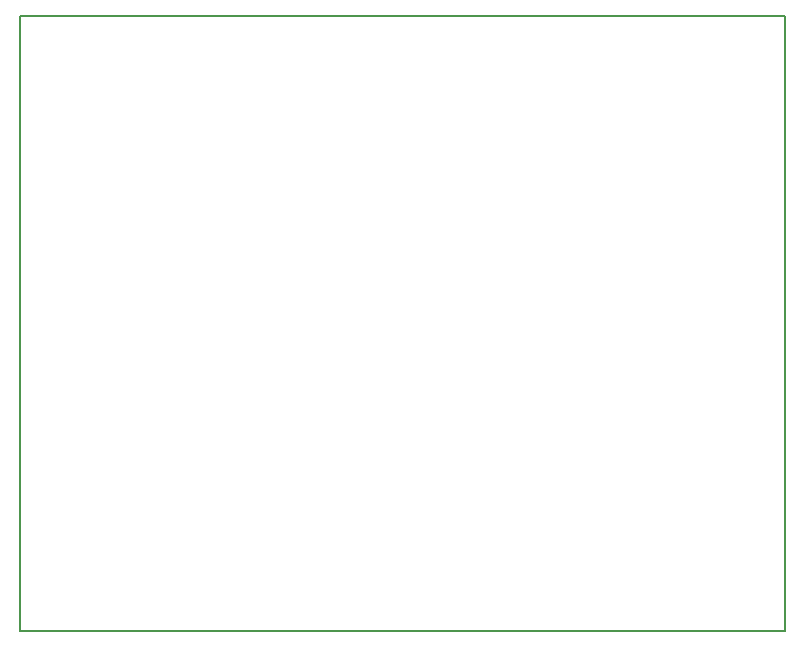
<source format=gbr>
G04 #@! TF.FileFunction,Profile,NP*
%FSLAX46Y46*%
G04 Gerber Fmt 4.6, Leading zero omitted, Abs format (unit mm)*
G04 Created by KiCad (PCBNEW 4.0.7) date Tuesday, October 31, 2017 'AMt' 08:43:51 AM*
%MOMM*%
%LPD*%
G01*
G04 APERTURE LIST*
%ADD10C,0.100000*%
%ADD11C,0.150000*%
G04 APERTURE END LIST*
D10*
D11*
X146050000Y-50800000D02*
X139700000Y-50800000D01*
X146050000Y-52070000D02*
X146050000Y-50800000D01*
X139700000Y-102870000D02*
X146050000Y-102870000D01*
X81280000Y-101600000D02*
X81280000Y-102870000D01*
X139700000Y-102870000D02*
X81280000Y-102870000D01*
X146050000Y-52070000D02*
X146050000Y-102870000D01*
X81280000Y-50800000D02*
X139700000Y-50800000D01*
X81280000Y-101600000D02*
X81280000Y-50800000D01*
M02*

</source>
